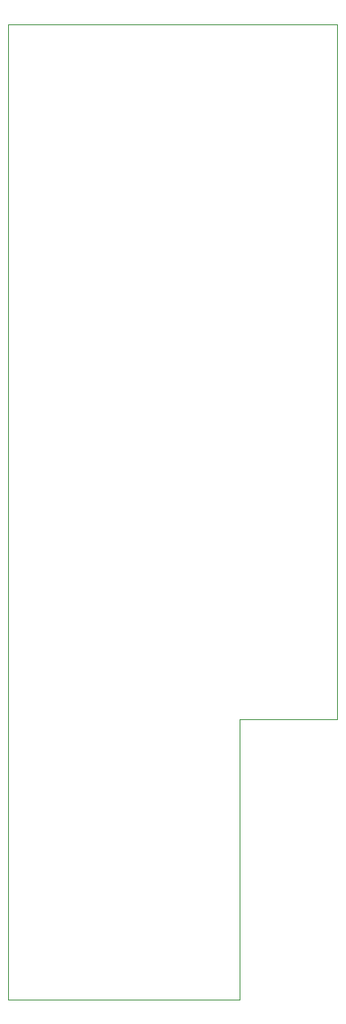
<source format=gbr>
G04 #@! TF.GenerationSoftware,KiCad,Pcbnew,(5.1.9)-1*
G04 #@! TF.CreationDate,2021-03-02T09:31:53+01:00*
G04 #@! TF.ProjectId,Buffered Multiple Main,42756666-6572-4656-9420-4d756c746970,rev?*
G04 #@! TF.SameCoordinates,Original*
G04 #@! TF.FileFunction,Profile,NP*
%FSLAX46Y46*%
G04 Gerber Fmt 4.6, Leading zero omitted, Abs format (unit mm)*
G04 Created by KiCad (PCBNEW (5.1.9)-1) date 2021-03-02 09:31:53*
%MOMM*%
%LPD*%
G01*
G04 APERTURE LIST*
G04 #@! TA.AperFunction,Profile*
%ADD10C,0.050000*%
G04 #@! TD*
G04 APERTURE END LIST*
D10*
X24130000Y-72390000D02*
X24130000Y-101600000D01*
X34290000Y-72390000D02*
X24130000Y-72390000D01*
X0Y-101600000D02*
X0Y0D01*
X24130000Y-101600000D02*
X0Y-101600000D01*
X34290000Y0D02*
X34290000Y-72390000D01*
X0Y0D02*
X34290000Y0D01*
M02*

</source>
